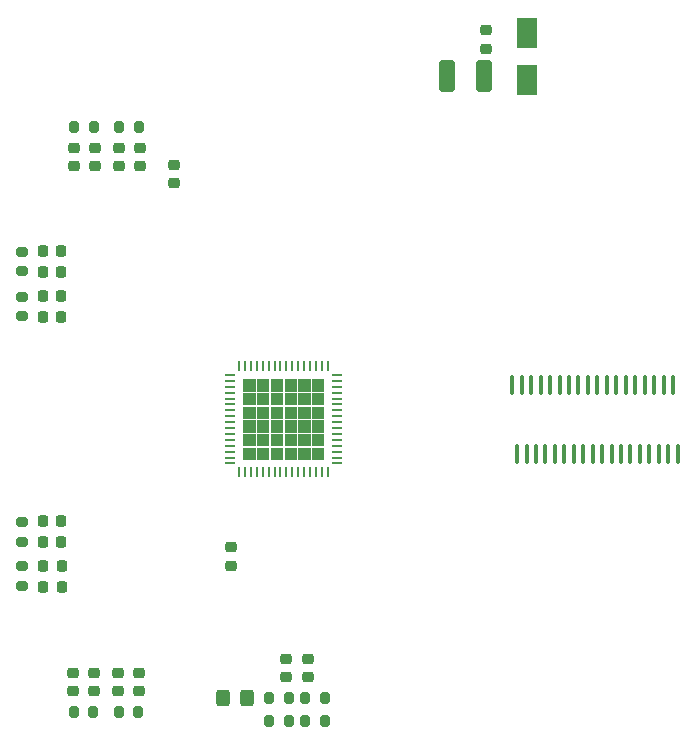
<source format=gbr>
%TF.GenerationSoftware,KiCad,Pcbnew,6.0.4-6f826c9f35~116~ubuntu20.04.1*%
%TF.CreationDate,2022-05-18T14:08:31+00:00*%
%TF.ProjectId,ADCoctoSPI01B,4144436f-6374-46f5-9350-493031422e6b,rev?*%
%TF.SameCoordinates,Original*%
%TF.FileFunction,Paste,Top*%
%TF.FilePolarity,Positive*%
%FSLAX46Y46*%
G04 Gerber Fmt 4.6, Leading zero omitted, Abs format (unit mm)*
G04 Created by KiCad (PCBNEW 6.0.4-6f826c9f35~116~ubuntu20.04.1) date 2022-05-18 14:08:31*
%MOMM*%
%LPD*%
G01*
G04 APERTURE LIST*
G04 Aperture macros list*
%AMRoundRect*
0 Rectangle with rounded corners*
0 $1 Rounding radius*
0 $2 $3 $4 $5 $6 $7 $8 $9 X,Y pos of 4 corners*
0 Add a 4 corners polygon primitive as box body*
4,1,4,$2,$3,$4,$5,$6,$7,$8,$9,$2,$3,0*
0 Add four circle primitives for the rounded corners*
1,1,$1+$1,$2,$3*
1,1,$1+$1,$4,$5*
1,1,$1+$1,$6,$7*
1,1,$1+$1,$8,$9*
0 Add four rect primitives between the rounded corners*
20,1,$1+$1,$2,$3,$4,$5,0*
20,1,$1+$1,$4,$5,$6,$7,0*
20,1,$1+$1,$6,$7,$8,$9,0*
20,1,$1+$1,$8,$9,$2,$3,0*%
G04 Aperture macros list end*
%ADD10C,0.100000*%
%ADD11RoundRect,0.250000X0.412500X1.100000X-0.412500X1.100000X-0.412500X-1.100000X0.412500X-1.100000X0*%
%ADD12R,1.800000X2.500000*%
%ADD13RoundRect,0.200000X0.200000X0.275000X-0.200000X0.275000X-0.200000X-0.275000X0.200000X-0.275000X0*%
%ADD14RoundRect,0.200000X-0.275000X0.200000X-0.275000X-0.200000X0.275000X-0.200000X0.275000X0.200000X0*%
%ADD15RoundRect,0.200000X-0.200000X-0.275000X0.200000X-0.275000X0.200000X0.275000X-0.200000X0.275000X0*%
%ADD16RoundRect,0.225000X-0.250000X0.225000X-0.250000X-0.225000X0.250000X-0.225000X0.250000X0.225000X0*%
%ADD17RoundRect,0.225000X0.250000X-0.225000X0.250000X0.225000X-0.250000X0.225000X-0.250000X-0.225000X0*%
%ADD18RoundRect,0.225000X0.225000X0.250000X-0.225000X0.250000X-0.225000X-0.250000X0.225000X-0.250000X0*%
%ADD19O,0.350000X1.800000*%
%ADD20RoundRect,0.060000X0.340000X-0.060000X0.340000X0.060000X-0.340000X0.060000X-0.340000X-0.060000X0*%
%ADD21RoundRect,0.060000X-0.060000X-0.340000X0.060000X-0.340000X0.060000X0.340000X-0.060000X0.340000X0*%
%ADD22RoundRect,0.250000X-0.325000X-0.450000X0.325000X-0.450000X0.325000X0.450000X-0.325000X0.450000X0*%
G04 APERTURE END LIST*
D10*
%TO.C,U1*%
X90474800Y-100540000D02*
X91434800Y-100540000D01*
X91434800Y-100540000D02*
X91434800Y-101500000D01*
X91434800Y-101500000D02*
X90474800Y-101500000D01*
X90474800Y-101500000D02*
X90474800Y-100540000D01*
G36*
X90474800Y-100540000D02*
G01*
X91434800Y-100540000D01*
X91434800Y-101500000D01*
X90474800Y-101500000D01*
X90474800Y-100540000D01*
G37*
X92794800Y-100540000D02*
X93754800Y-100540000D01*
X93754800Y-100540000D02*
X93754800Y-101500000D01*
X93754800Y-101500000D02*
X92794800Y-101500000D01*
X92794800Y-101500000D02*
X92794800Y-100540000D01*
G36*
X92794800Y-100540000D02*
G01*
X93754800Y-100540000D01*
X93754800Y-101500000D01*
X92794800Y-101500000D01*
X92794800Y-100540000D01*
G37*
X95114800Y-100540000D02*
X96074800Y-100540000D01*
X96074800Y-100540000D02*
X96074800Y-101500000D01*
X96074800Y-101500000D02*
X95114800Y-101500000D01*
X95114800Y-101500000D02*
X95114800Y-100540000D01*
G36*
X95114800Y-100540000D02*
G01*
X96074800Y-100540000D01*
X96074800Y-101500000D01*
X95114800Y-101500000D01*
X95114800Y-100540000D01*
G37*
X89314800Y-100540000D02*
X90274800Y-100540000D01*
X90274800Y-100540000D02*
X90274800Y-101500000D01*
X90274800Y-101500000D02*
X89314800Y-101500000D01*
X89314800Y-101500000D02*
X89314800Y-100540000D01*
G36*
X89314800Y-100540000D02*
G01*
X90274800Y-100540000D01*
X90274800Y-101500000D01*
X89314800Y-101500000D01*
X89314800Y-100540000D01*
G37*
X95114800Y-102860000D02*
X96074800Y-102860000D01*
X96074800Y-102860000D02*
X96074800Y-103820000D01*
X96074800Y-103820000D02*
X95114800Y-103820000D01*
X95114800Y-103820000D02*
X95114800Y-102860000D01*
G36*
X95114800Y-102860000D02*
G01*
X96074800Y-102860000D01*
X96074800Y-103820000D01*
X95114800Y-103820000D01*
X95114800Y-102860000D01*
G37*
X93954800Y-100540000D02*
X94914800Y-100540000D01*
X94914800Y-100540000D02*
X94914800Y-101500000D01*
X94914800Y-101500000D02*
X93954800Y-101500000D01*
X93954800Y-101500000D02*
X93954800Y-100540000D01*
G36*
X93954800Y-100540000D02*
G01*
X94914800Y-100540000D01*
X94914800Y-101500000D01*
X93954800Y-101500000D01*
X93954800Y-100540000D01*
G37*
X89314800Y-99380000D02*
X90274800Y-99380000D01*
X90274800Y-99380000D02*
X90274800Y-100340000D01*
X90274800Y-100340000D02*
X89314800Y-100340000D01*
X89314800Y-100340000D02*
X89314800Y-99380000D01*
G36*
X89314800Y-99380000D02*
G01*
X90274800Y-99380000D01*
X90274800Y-100340000D01*
X89314800Y-100340000D01*
X89314800Y-99380000D01*
G37*
X89314800Y-101700000D02*
X90274800Y-101700000D01*
X90274800Y-101700000D02*
X90274800Y-102660000D01*
X90274800Y-102660000D02*
X89314800Y-102660000D01*
X89314800Y-102660000D02*
X89314800Y-101700000D01*
G36*
X89314800Y-101700000D02*
G01*
X90274800Y-101700000D01*
X90274800Y-102660000D01*
X89314800Y-102660000D01*
X89314800Y-101700000D01*
G37*
X92794800Y-101700000D02*
X93754800Y-101700000D01*
X93754800Y-101700000D02*
X93754800Y-102660000D01*
X93754800Y-102660000D02*
X92794800Y-102660000D01*
X92794800Y-102660000D02*
X92794800Y-101700000D01*
G36*
X92794800Y-101700000D02*
G01*
X93754800Y-101700000D01*
X93754800Y-102660000D01*
X92794800Y-102660000D01*
X92794800Y-101700000D01*
G37*
X92794800Y-104020000D02*
X93754800Y-104020000D01*
X93754800Y-104020000D02*
X93754800Y-104980000D01*
X93754800Y-104980000D02*
X92794800Y-104980000D01*
X92794800Y-104980000D02*
X92794800Y-104020000D01*
G36*
X92794800Y-104020000D02*
G01*
X93754800Y-104020000D01*
X93754800Y-104980000D01*
X92794800Y-104980000D01*
X92794800Y-104020000D01*
G37*
X91634800Y-104020000D02*
X92594800Y-104020000D01*
X92594800Y-104020000D02*
X92594800Y-104980000D01*
X92594800Y-104980000D02*
X91634800Y-104980000D01*
X91634800Y-104980000D02*
X91634800Y-104020000D01*
G36*
X91634800Y-104020000D02*
G01*
X92594800Y-104020000D01*
X92594800Y-104980000D01*
X91634800Y-104980000D01*
X91634800Y-104020000D01*
G37*
X92794800Y-102860000D02*
X93754800Y-102860000D01*
X93754800Y-102860000D02*
X93754800Y-103820000D01*
X93754800Y-103820000D02*
X92794800Y-103820000D01*
X92794800Y-103820000D02*
X92794800Y-102860000D01*
G36*
X92794800Y-102860000D02*
G01*
X93754800Y-102860000D01*
X93754800Y-103820000D01*
X92794800Y-103820000D01*
X92794800Y-102860000D01*
G37*
X95114800Y-99380000D02*
X96074800Y-99380000D01*
X96074800Y-99380000D02*
X96074800Y-100340000D01*
X96074800Y-100340000D02*
X95114800Y-100340000D01*
X95114800Y-100340000D02*
X95114800Y-99380000D01*
G36*
X95114800Y-99380000D02*
G01*
X96074800Y-99380000D01*
X96074800Y-100340000D01*
X95114800Y-100340000D01*
X95114800Y-99380000D01*
G37*
X91634800Y-100540000D02*
X92594800Y-100540000D01*
X92594800Y-100540000D02*
X92594800Y-101500000D01*
X92594800Y-101500000D02*
X91634800Y-101500000D01*
X91634800Y-101500000D02*
X91634800Y-100540000D01*
G36*
X91634800Y-100540000D02*
G01*
X92594800Y-100540000D01*
X92594800Y-101500000D01*
X91634800Y-101500000D01*
X91634800Y-100540000D01*
G37*
X95114800Y-101700000D02*
X96074800Y-101700000D01*
X96074800Y-101700000D02*
X96074800Y-102660000D01*
X96074800Y-102660000D02*
X95114800Y-102660000D01*
X95114800Y-102660000D02*
X95114800Y-101700000D01*
G36*
X95114800Y-101700000D02*
G01*
X96074800Y-101700000D01*
X96074800Y-102660000D01*
X95114800Y-102660000D01*
X95114800Y-101700000D01*
G37*
X95114800Y-98220000D02*
X96074800Y-98220000D01*
X96074800Y-98220000D02*
X96074800Y-99180000D01*
X96074800Y-99180000D02*
X95114800Y-99180000D01*
X95114800Y-99180000D02*
X95114800Y-98220000D01*
G36*
X95114800Y-98220000D02*
G01*
X96074800Y-98220000D01*
X96074800Y-99180000D01*
X95114800Y-99180000D01*
X95114800Y-98220000D01*
G37*
X90474800Y-102860000D02*
X91434800Y-102860000D01*
X91434800Y-102860000D02*
X91434800Y-103820000D01*
X91434800Y-103820000D02*
X90474800Y-103820000D01*
X90474800Y-103820000D02*
X90474800Y-102860000D01*
G36*
X90474800Y-102860000D02*
G01*
X91434800Y-102860000D01*
X91434800Y-103820000D01*
X90474800Y-103820000D01*
X90474800Y-102860000D01*
G37*
X93954800Y-102860000D02*
X94914800Y-102860000D01*
X94914800Y-102860000D02*
X94914800Y-103820000D01*
X94914800Y-103820000D02*
X93954800Y-103820000D01*
X93954800Y-103820000D02*
X93954800Y-102860000D01*
G36*
X93954800Y-102860000D02*
G01*
X94914800Y-102860000D01*
X94914800Y-103820000D01*
X93954800Y-103820000D01*
X93954800Y-102860000D01*
G37*
X91634800Y-99380000D02*
X92594800Y-99380000D01*
X92594800Y-99380000D02*
X92594800Y-100340000D01*
X92594800Y-100340000D02*
X91634800Y-100340000D01*
X91634800Y-100340000D02*
X91634800Y-99380000D01*
G36*
X91634800Y-99380000D02*
G01*
X92594800Y-99380000D01*
X92594800Y-100340000D01*
X91634800Y-100340000D01*
X91634800Y-99380000D01*
G37*
X89314800Y-98220000D02*
X90274800Y-98220000D01*
X90274800Y-98220000D02*
X90274800Y-99180000D01*
X90274800Y-99180000D02*
X89314800Y-99180000D01*
X89314800Y-99180000D02*
X89314800Y-98220000D01*
G36*
X89314800Y-98220000D02*
G01*
X90274800Y-98220000D01*
X90274800Y-99180000D01*
X89314800Y-99180000D01*
X89314800Y-98220000D01*
G37*
X93954800Y-98220000D02*
X94914800Y-98220000D01*
X94914800Y-98220000D02*
X94914800Y-99180000D01*
X94914800Y-99180000D02*
X93954800Y-99180000D01*
X93954800Y-99180000D02*
X93954800Y-98220000D01*
G36*
X93954800Y-98220000D02*
G01*
X94914800Y-98220000D01*
X94914800Y-99180000D01*
X93954800Y-99180000D01*
X93954800Y-98220000D01*
G37*
X91634800Y-98220000D02*
X92594800Y-98220000D01*
X92594800Y-98220000D02*
X92594800Y-99180000D01*
X92594800Y-99180000D02*
X91634800Y-99180000D01*
X91634800Y-99180000D02*
X91634800Y-98220000D01*
G36*
X91634800Y-98220000D02*
G01*
X92594800Y-98220000D01*
X92594800Y-99180000D01*
X91634800Y-99180000D01*
X91634800Y-98220000D01*
G37*
X93954800Y-104020000D02*
X94914800Y-104020000D01*
X94914800Y-104020000D02*
X94914800Y-104980000D01*
X94914800Y-104980000D02*
X93954800Y-104980000D01*
X93954800Y-104980000D02*
X93954800Y-104020000D01*
G36*
X93954800Y-104020000D02*
G01*
X94914800Y-104020000D01*
X94914800Y-104980000D01*
X93954800Y-104980000D01*
X93954800Y-104020000D01*
G37*
X92794800Y-99380000D02*
X93754800Y-99380000D01*
X93754800Y-99380000D02*
X93754800Y-100340000D01*
X93754800Y-100340000D02*
X92794800Y-100340000D01*
X92794800Y-100340000D02*
X92794800Y-99380000D01*
G36*
X92794800Y-99380000D02*
G01*
X93754800Y-99380000D01*
X93754800Y-100340000D01*
X92794800Y-100340000D01*
X92794800Y-99380000D01*
G37*
X92794800Y-98220000D02*
X93754800Y-98220000D01*
X93754800Y-98220000D02*
X93754800Y-99180000D01*
X93754800Y-99180000D02*
X92794800Y-99180000D01*
X92794800Y-99180000D02*
X92794800Y-98220000D01*
G36*
X92794800Y-98220000D02*
G01*
X93754800Y-98220000D01*
X93754800Y-99180000D01*
X92794800Y-99180000D01*
X92794800Y-98220000D01*
G37*
X90474800Y-99380000D02*
X91434800Y-99380000D01*
X91434800Y-99380000D02*
X91434800Y-100340000D01*
X91434800Y-100340000D02*
X90474800Y-100340000D01*
X90474800Y-100340000D02*
X90474800Y-99380000D01*
G36*
X90474800Y-99380000D02*
G01*
X91434800Y-99380000D01*
X91434800Y-100340000D01*
X90474800Y-100340000D01*
X90474800Y-99380000D01*
G37*
X91634800Y-102860000D02*
X92594800Y-102860000D01*
X92594800Y-102860000D02*
X92594800Y-103820000D01*
X92594800Y-103820000D02*
X91634800Y-103820000D01*
X91634800Y-103820000D02*
X91634800Y-102860000D01*
G36*
X91634800Y-102860000D02*
G01*
X92594800Y-102860000D01*
X92594800Y-103820000D01*
X91634800Y-103820000D01*
X91634800Y-102860000D01*
G37*
X93954800Y-101700000D02*
X94914800Y-101700000D01*
X94914800Y-101700000D02*
X94914800Y-102660000D01*
X94914800Y-102660000D02*
X93954800Y-102660000D01*
X93954800Y-102660000D02*
X93954800Y-101700000D01*
G36*
X93954800Y-101700000D02*
G01*
X94914800Y-101700000D01*
X94914800Y-102660000D01*
X93954800Y-102660000D01*
X93954800Y-101700000D01*
G37*
X95114800Y-104020000D02*
X96074800Y-104020000D01*
X96074800Y-104020000D02*
X96074800Y-104980000D01*
X96074800Y-104980000D02*
X95114800Y-104980000D01*
X95114800Y-104980000D02*
X95114800Y-104020000D01*
G36*
X95114800Y-104020000D02*
G01*
X96074800Y-104020000D01*
X96074800Y-104980000D01*
X95114800Y-104980000D01*
X95114800Y-104020000D01*
G37*
X91634800Y-101700000D02*
X92594800Y-101700000D01*
X92594800Y-101700000D02*
X92594800Y-102660000D01*
X92594800Y-102660000D02*
X91634800Y-102660000D01*
X91634800Y-102660000D02*
X91634800Y-101700000D01*
G36*
X91634800Y-101700000D02*
G01*
X92594800Y-101700000D01*
X92594800Y-102660000D01*
X91634800Y-102660000D01*
X91634800Y-101700000D01*
G37*
X90474800Y-98220000D02*
X91434800Y-98220000D01*
X91434800Y-98220000D02*
X91434800Y-99180000D01*
X91434800Y-99180000D02*
X90474800Y-99180000D01*
X90474800Y-99180000D02*
X90474800Y-98220000D01*
G36*
X90474800Y-98220000D02*
G01*
X91434800Y-98220000D01*
X91434800Y-99180000D01*
X90474800Y-99180000D01*
X90474800Y-98220000D01*
G37*
X90474800Y-101700000D02*
X91434800Y-101700000D01*
X91434800Y-101700000D02*
X91434800Y-102660000D01*
X91434800Y-102660000D02*
X90474800Y-102660000D01*
X90474800Y-102660000D02*
X90474800Y-101700000D01*
G36*
X90474800Y-101700000D02*
G01*
X91434800Y-101700000D01*
X91434800Y-102660000D01*
X90474800Y-102660000D01*
X90474800Y-101700000D01*
G37*
X93954800Y-99380000D02*
X94914800Y-99380000D01*
X94914800Y-99380000D02*
X94914800Y-100340000D01*
X94914800Y-100340000D02*
X93954800Y-100340000D01*
X93954800Y-100340000D02*
X93954800Y-99380000D01*
G36*
X93954800Y-99380000D02*
G01*
X94914800Y-99380000D01*
X94914800Y-100340000D01*
X93954800Y-100340000D01*
X93954800Y-99380000D01*
G37*
X90474800Y-104020000D02*
X91434800Y-104020000D01*
X91434800Y-104020000D02*
X91434800Y-104980000D01*
X91434800Y-104980000D02*
X90474800Y-104980000D01*
X90474800Y-104980000D02*
X90474800Y-104020000D01*
G36*
X90474800Y-104020000D02*
G01*
X91434800Y-104020000D01*
X91434800Y-104980000D01*
X90474800Y-104980000D01*
X90474800Y-104020000D01*
G37*
X89314800Y-104020000D02*
X90274800Y-104020000D01*
X90274800Y-104020000D02*
X90274800Y-104980000D01*
X90274800Y-104980000D02*
X89314800Y-104980000D01*
X89314800Y-104980000D02*
X89314800Y-104020000D01*
G36*
X89314800Y-104020000D02*
G01*
X90274800Y-104020000D01*
X90274800Y-104980000D01*
X89314800Y-104980000D01*
X89314800Y-104020000D01*
G37*
X89314800Y-102860000D02*
X90274800Y-102860000D01*
X90274800Y-102860000D02*
X90274800Y-103820000D01*
X90274800Y-103820000D02*
X89314800Y-103820000D01*
X89314800Y-103820000D02*
X89314800Y-102860000D01*
G36*
X89314800Y-102860000D02*
G01*
X90274800Y-102860000D01*
X90274800Y-103820000D01*
X89314800Y-103820000D01*
X89314800Y-102860000D01*
G37*
%TD*%
D11*
%TO.C,C31*%
X109639500Y-72557640D03*
X106514500Y-72557640D03*
%TD*%
D12*
%TO.C,D1*%
X113284000Y-72866000D03*
X113284000Y-68866000D03*
%TD*%
D13*
%TO.C,R1*%
X80454000Y-76835000D03*
X78804000Y-76835000D03*
%TD*%
%TO.C,R2*%
X76644000Y-76835000D03*
X74994000Y-76835000D03*
%TD*%
D14*
%TO.C,R3*%
X70581520Y-87432380D03*
X70581520Y-89082380D03*
%TD*%
%TO.C,R4*%
X70586600Y-91250000D03*
X70586600Y-92900000D03*
%TD*%
%TO.C,R5*%
X70586600Y-110312700D03*
X70586600Y-111962700D03*
%TD*%
%TO.C,R6*%
X70599300Y-114071900D03*
X70599300Y-115721900D03*
%TD*%
D15*
%TO.C,R7*%
X74943200Y-126365000D03*
X76593200Y-126365000D03*
%TD*%
%TO.C,R8*%
X78765900Y-126365000D03*
X80415900Y-126365000D03*
%TD*%
%TO.C,R9*%
X94552000Y-125222000D03*
X96202000Y-125222000D03*
%TD*%
D13*
%TO.C,R14*%
X96202000Y-127127000D03*
X94552000Y-127127000D03*
%TD*%
%TO.C,R10*%
X93154000Y-125222000D03*
X91504000Y-125222000D03*
%TD*%
D15*
%TO.C,R15*%
X91516000Y-127127000D03*
X93166000Y-127127000D03*
%TD*%
D16*
%TO.C,C34*%
X109855000Y-68682000D03*
X109855000Y-70232000D03*
%TD*%
D17*
%TO.C,C1*%
X80518000Y-80150000D03*
X80518000Y-78600000D03*
%TD*%
%TO.C,C2*%
X78740000Y-80150000D03*
X78740000Y-78600000D03*
%TD*%
%TO.C,C9*%
X76708000Y-80150000D03*
X76708000Y-78600000D03*
%TD*%
%TO.C,C10*%
X74930000Y-80150000D03*
X74930000Y-78600000D03*
%TD*%
D18*
%TO.C,C3*%
X73896520Y-87368380D03*
X72346520Y-87368380D03*
%TD*%
%TO.C,C4*%
X73896520Y-89146380D03*
X72346520Y-89146380D03*
%TD*%
%TO.C,C11*%
X73901600Y-91186000D03*
X72351600Y-91186000D03*
%TD*%
%TO.C,C12*%
X73901600Y-92964000D03*
X72351600Y-92964000D03*
%TD*%
%TO.C,C5*%
X73901600Y-110248700D03*
X72351600Y-110248700D03*
%TD*%
%TO.C,C6*%
X73901600Y-112026700D03*
X72351600Y-112026700D03*
%TD*%
%TO.C,C13*%
X73914300Y-114007900D03*
X72364300Y-114007900D03*
%TD*%
%TO.C,C14*%
X73914300Y-115785900D03*
X72364300Y-115785900D03*
%TD*%
D16*
%TO.C,C7*%
X74879200Y-123050000D03*
X74879200Y-124600000D03*
%TD*%
%TO.C,C8*%
X76657200Y-123050000D03*
X76657200Y-124600000D03*
%TD*%
%TO.C,C15*%
X78701900Y-123050000D03*
X78701900Y-124600000D03*
%TD*%
%TO.C,C16*%
X80479900Y-123050000D03*
X80479900Y-124600000D03*
%TD*%
D17*
%TO.C,C19*%
X83444080Y-81597800D03*
X83444080Y-80047800D03*
%TD*%
%TO.C,C20*%
X92900500Y-123457000D03*
X92900500Y-121907000D03*
%TD*%
%TO.C,C21*%
X94805500Y-123457000D03*
X94805500Y-121907000D03*
%TD*%
D16*
%TO.C,C17*%
X88219280Y-112453120D03*
X88219280Y-114003120D03*
%TD*%
D19*
%TO.C,J10*%
X125680280Y-98700000D03*
X124880280Y-98700000D03*
X124080280Y-98700000D03*
X123280280Y-98700000D03*
X122480280Y-98700000D03*
X121680280Y-98700000D03*
X120880280Y-98700000D03*
X120080280Y-98700000D03*
X119280280Y-98700000D03*
X118480280Y-98700000D03*
X117680280Y-98700000D03*
X116880280Y-98700000D03*
X116080280Y-98700000D03*
X115280280Y-98700000D03*
X114480280Y-98700000D03*
X113680280Y-98700000D03*
X112880280Y-98700000D03*
X112080280Y-98700000D03*
X126080280Y-104510000D03*
X125280280Y-104510000D03*
X124480280Y-104510000D03*
X123680280Y-104510000D03*
X122880280Y-104510000D03*
X122080280Y-104510000D03*
X121280280Y-104510000D03*
X120480280Y-104510000D03*
X119680280Y-104510000D03*
X118880280Y-104510000D03*
X118080280Y-104510000D03*
X117280280Y-104510000D03*
X116480280Y-104510000D03*
X115680280Y-104510000D03*
X114880280Y-104510000D03*
X114080280Y-104510000D03*
X113280280Y-104510000D03*
X112480280Y-104510000D03*
%TD*%
D20*
%TO.C,U1*%
X88194800Y-97850000D03*
X88194800Y-98350000D03*
X88194800Y-98850000D03*
X88194800Y-99350000D03*
X88194800Y-99850000D03*
X88194800Y-100350000D03*
X88194800Y-100850000D03*
X88194800Y-101350000D03*
X88194800Y-101850000D03*
X88194800Y-102350000D03*
X88194800Y-102850000D03*
X88194800Y-103350000D03*
X88194800Y-103850000D03*
X88194800Y-104350000D03*
X88194800Y-104850000D03*
X88194800Y-105350000D03*
D21*
X88944800Y-106100000D03*
X89444800Y-106100000D03*
X89944800Y-106100000D03*
X90444800Y-106100000D03*
X90944800Y-106100000D03*
X91444800Y-106100000D03*
X91944800Y-106100000D03*
X92444800Y-106100000D03*
X92944800Y-106100000D03*
X93444800Y-106100000D03*
X93944800Y-106100000D03*
X94444800Y-106100000D03*
X94944800Y-106100000D03*
X95444800Y-106100000D03*
X95944800Y-106100000D03*
X96444800Y-106100000D03*
D20*
X97194800Y-105350000D03*
X97194800Y-104850000D03*
X97194800Y-104350000D03*
X97194800Y-103850000D03*
X97194800Y-103350000D03*
X97194800Y-102850000D03*
X97194800Y-102350000D03*
X97194800Y-101850000D03*
X97194800Y-101350000D03*
X97194800Y-100850000D03*
X97194800Y-100350000D03*
X97194800Y-99850000D03*
X97194800Y-99350000D03*
X97194800Y-98850000D03*
X97194800Y-98350000D03*
X97194800Y-97850000D03*
D21*
X96444800Y-97100000D03*
X95944800Y-97100000D03*
X95444800Y-97100000D03*
X94944800Y-97100000D03*
X94444800Y-97100000D03*
X93944800Y-97100000D03*
X93444800Y-97100000D03*
X92944800Y-97100000D03*
X92444800Y-97100000D03*
X91944800Y-97100000D03*
X91444800Y-97100000D03*
X90944800Y-97100000D03*
X90444800Y-97100000D03*
X89944800Y-97100000D03*
X89444800Y-97100000D03*
X88944800Y-97100000D03*
%TD*%
D22*
%TO.C,L1*%
X87567700Y-125222000D03*
X89617700Y-125222000D03*
%TD*%
M02*

</source>
